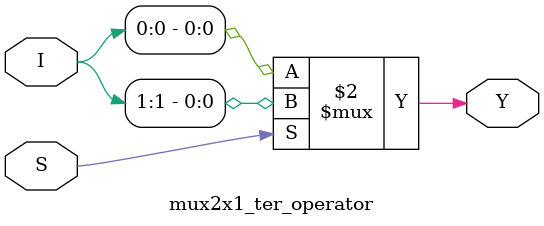
<source format=v>
module mux2x1_ter_operator (I, S, Y);
  
  input [1:0] I;
  input S;
  output Y;
  
  assign Y = (S == 1'b0) ? I[0] : I[1];
  
endmodule

</source>
